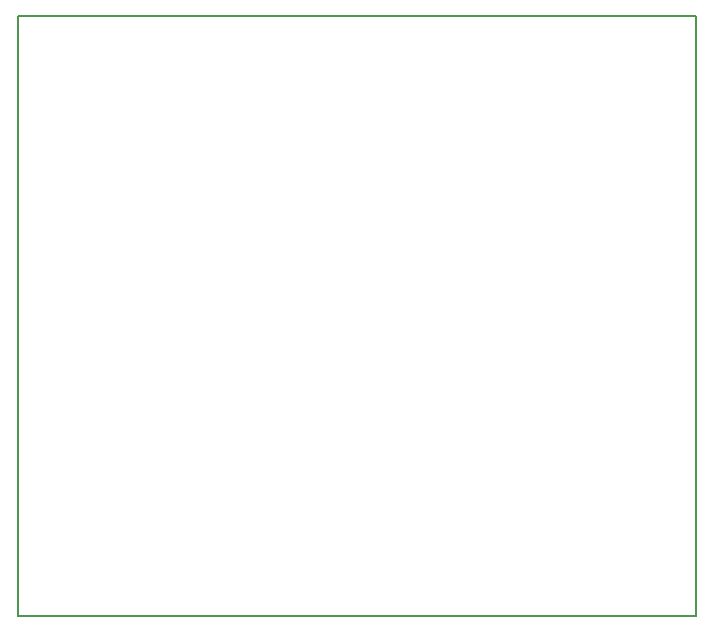
<source format=gbr>
G04 Layer_Color=16711935*
%FSLAX26Y26*%
%MOIN*%
%TF.FileFunction,Other,Mechanical_1*%
%TF.Part,Single*%
G01*
G75*
%TA.AperFunction,NonConductor*%
%ADD45C,0.008000*%
D45*
X2257874Y-2000000D02*
Y0D01*
X0D01*
Y-2000000D01*
X2257874D01*
%TF.MD5,4f641ae27361b1eb6b1d2284050369a1*%
M02*

</source>
